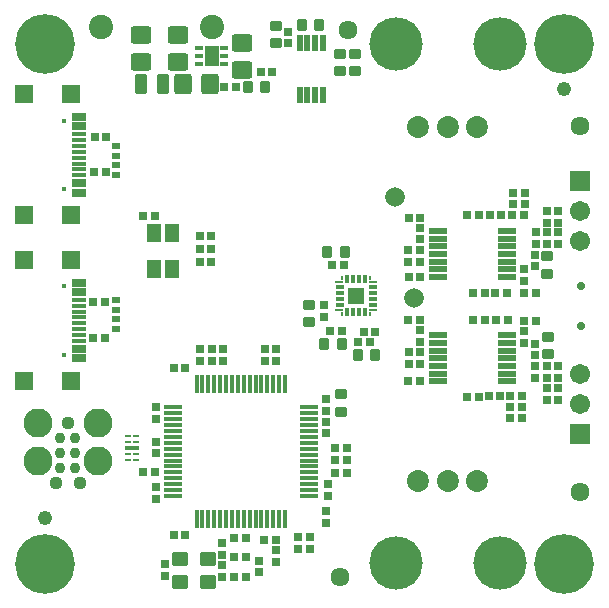
<source format=gbr>
%TF.GenerationSoftware,Altium Limited,Altium Designer,24.2.2 (26)*%
G04 Layer_Color=8388736*
%FSLAX45Y45*%
%MOMM*%
%TF.SameCoordinates,9421A899-AC1A-4384-8821-8213F9677E77*%
%TF.FilePolarity,Negative*%
%TF.FileFunction,Soldermask,Top*%
%TF.Part,Single*%
G01*
G75*
%TA.AperFunction,TestPad*%
G04:AMPARAMS|DCode=35|XSize=0.2mm|YSize=0.5mm|CornerRadius=0.01mm|HoleSize=0mm|Usage=FLASHONLY|Rotation=90.000|XOffset=0mm|YOffset=0mm|HoleType=Round|Shape=RoundedRectangle|*
%AMROUNDEDRECTD35*
21,1,0.20000,0.48000,0,0,90.0*
21,1,0.18000,0.50000,0,0,90.0*
1,1,0.02000,0.24000,0.09000*
1,1,0.02000,0.24000,-0.09000*
1,1,0.02000,-0.24000,-0.09000*
1,1,0.02000,-0.24000,0.09000*
%
%ADD35ROUNDEDRECTD35*%
G04:AMPARAMS|DCode=36|XSize=0.4mm|YSize=1.2mm|CornerRadius=0.02mm|HoleSize=0mm|Usage=FLASHONLY|Rotation=90.000|XOffset=0mm|YOffset=0mm|HoleType=Round|Shape=RoundedRectangle|*
%AMROUNDEDRECTD36*
21,1,0.40000,1.16000,0,0,90.0*
21,1,0.36000,1.20000,0,0,90.0*
1,1,0.04000,0.58000,0.18000*
1,1,0.04000,0.58000,-0.18000*
1,1,0.04000,-0.58000,-0.18000*
1,1,0.04000,-0.58000,0.18000*
%
%ADD36ROUNDEDRECTD36*%
%TA.AperFunction,SMDPad,CuDef*%
%ADD70R,0.23500X0.46000*%
%ADD71R,0.63500X0.23500*%
%ADD72R,1.46000X1.46000*%
%ADD73R,0.31000X0.66000*%
%ADD74R,0.66000X0.31000*%
G04:AMPARAMS|DCode=75|XSize=0.66mm|YSize=0.76mm|CornerRadius=0.105mm|HoleSize=0mm|Usage=FLASHONLY|Rotation=0.000|XOffset=0mm|YOffset=0mm|HoleType=Round|Shape=RoundedRectangle|*
%AMROUNDEDRECTD75*
21,1,0.66000,0.55000,0,0,0.0*
21,1,0.45000,0.76000,0,0,0.0*
1,1,0.21000,0.22500,-0.27500*
1,1,0.21000,-0.22500,-0.27500*
1,1,0.21000,-0.22500,0.27500*
1,1,0.21000,0.22500,0.27500*
%
%ADD75ROUNDEDRECTD75*%
G04:AMPARAMS|DCode=76|XSize=0.86mm|YSize=1.06mm|CornerRadius=0.13mm|HoleSize=0mm|Usage=FLASHONLY|Rotation=0.000|XOffset=0mm|YOffset=0mm|HoleType=Round|Shape=RoundedRectangle|*
%AMROUNDEDRECTD76*
21,1,0.86000,0.80000,0,0,0.0*
21,1,0.60000,1.06000,0,0,0.0*
1,1,0.26000,0.30000,-0.40000*
1,1,0.26000,-0.30000,-0.40000*
1,1,0.26000,-0.30000,0.40000*
1,1,0.26000,0.30000,0.40000*
%
%ADD76ROUNDEDRECTD76*%
G04:AMPARAMS|DCode=77|XSize=0.66mm|YSize=0.76mm|CornerRadius=0.105mm|HoleSize=0mm|Usage=FLASHONLY|Rotation=90.000|XOffset=0mm|YOffset=0mm|HoleType=Round|Shape=RoundedRectangle|*
%AMROUNDEDRECTD77*
21,1,0.66000,0.55000,0,0,90.0*
21,1,0.45000,0.76000,0,0,90.0*
1,1,0.21000,0.27500,0.22500*
1,1,0.21000,0.27500,-0.22500*
1,1,0.21000,-0.27500,-0.22500*
1,1,0.21000,-0.27500,0.22500*
%
%ADD77ROUNDEDRECTD77*%
G04:AMPARAMS|DCode=78|XSize=0.86mm|YSize=1.06mm|CornerRadius=0.13mm|HoleSize=0mm|Usage=FLASHONLY|Rotation=90.000|XOffset=0mm|YOffset=0mm|HoleType=Round|Shape=RoundedRectangle|*
%AMROUNDEDRECTD78*
21,1,0.86000,0.80000,0,0,90.0*
21,1,0.60000,1.06000,0,0,90.0*
1,1,0.26000,0.40000,0.30000*
1,1,0.26000,0.40000,-0.30000*
1,1,0.26000,-0.40000,-0.30000*
1,1,0.26000,-0.40000,0.30000*
%
%ADD78ROUNDEDRECTD78*%
%ADD79R,1.53500X0.36000*%
%ADD80R,0.36000X1.53500*%
G04:AMPARAMS|DCode=81|XSize=1.36mm|YSize=1.16mm|CornerRadius=0.085mm|HoleSize=0mm|Usage=FLASHONLY|Rotation=0.000|XOffset=0mm|YOffset=0mm|HoleType=Round|Shape=RoundedRectangle|*
%AMROUNDEDRECTD81*
21,1,1.36000,0.99000,0,0,0.0*
21,1,1.19000,1.16000,0,0,0.0*
1,1,0.17000,0.59500,-0.49500*
1,1,0.17000,-0.59500,-0.49500*
1,1,0.17000,-0.59500,0.49500*
1,1,0.17000,0.59500,0.49500*
%
%ADD81ROUNDEDRECTD81*%
%TA.AperFunction,BGAPad,CuDef*%
%ADD82C,0.92300*%
%TA.AperFunction,SMDPad,CuDef*%
%ADD83R,0.66000X0.61000*%
%ADD84C,2.06000*%
%ADD85R,0.66000X0.41000*%
%ADD86R,1.16000X1.76000*%
G04:AMPARAMS|DCode=87|XSize=1.46mm|YSize=1.76mm|CornerRadius=0.205mm|HoleSize=0mm|Usage=FLASHONLY|Rotation=270.000|XOffset=0mm|YOffset=0mm|HoleType=Round|Shape=RoundedRectangle|*
%AMROUNDEDRECTD87*
21,1,1.46000,1.35000,0,0,270.0*
21,1,1.05000,1.76000,0,0,270.0*
1,1,0.41000,-0.67500,-0.52500*
1,1,0.41000,-0.67500,0.52500*
1,1,0.41000,0.67500,0.52500*
1,1,0.41000,0.67500,-0.52500*
%
%ADD87ROUNDEDRECTD87*%
G04:AMPARAMS|DCode=88|XSize=1.06mm|YSize=1.76mm|CornerRadius=0.155mm|HoleSize=0mm|Usage=FLASHONLY|Rotation=0.000|XOffset=0mm|YOffset=0mm|HoleType=Round|Shape=RoundedRectangle|*
%AMROUNDEDRECTD88*
21,1,1.06000,1.45000,0,0,0.0*
21,1,0.75000,1.76000,0,0,0.0*
1,1,0.31000,0.37500,-0.72500*
1,1,0.31000,-0.37500,-0.72500*
1,1,0.31000,-0.37500,0.72500*
1,1,0.31000,0.37500,0.72500*
%
%ADD88ROUNDEDRECTD88*%
G04:AMPARAMS|DCode=89|XSize=1.46mm|YSize=1.76mm|CornerRadius=0.205mm|HoleSize=0mm|Usage=FLASHONLY|Rotation=180.000|XOffset=0mm|YOffset=0mm|HoleType=Round|Shape=RoundedRectangle|*
%AMROUNDEDRECTD89*
21,1,1.46000,1.35000,0,0,180.0*
21,1,1.05000,1.76000,0,0,180.0*
1,1,0.41000,-0.52500,0.67500*
1,1,0.41000,0.52500,0.67500*
1,1,0.41000,0.52500,-0.67500*
1,1,0.41000,-0.52500,-0.67500*
%
%ADD89ROUNDEDRECTD89*%
%TA.AperFunction,ConnectorPad*%
%ADD90R,1.21000X0.66000*%
%ADD91R,1.21000X0.36000*%
%TA.AperFunction,SMDPad,CuDef*%
%ADD92R,1.56000X1.56000*%
%ADD93R,0.51000X1.46000*%
%ADD94R,1.53500X0.51000*%
%ADD95R,1.16000X1.56000*%
%TA.AperFunction,ComponentPad*%
%ADD96C,0.70000*%
%ADD97C,1.66000*%
%ADD98C,1.61000*%
%ADD99C,2.46000*%
%ADD100C,1.12700*%
%ADD101C,4.52000*%
%ADD102C,1.86000*%
%TA.AperFunction,WasherPad*%
%ADD103C,1.21200*%
%TA.AperFunction,ComponentPad*%
%ADD104C,0.38500*%
%TA.AperFunction,ViaPad*%
%ADD105C,5.06000*%
%TA.AperFunction,ComponentPad*%
%ADD106C,1.71000*%
%ADD107R,1.71000X1.71000*%
D35*
X6679802Y7045000D02*
D03*
X6749802D02*
D03*
X6679802Y7095000D02*
D03*
X6749802D02*
D03*
X6679802Y7195000D02*
D03*
Y7245000D02*
D03*
X6749802D02*
D03*
Y7195000D02*
D03*
D36*
X6714802Y7145000D02*
D03*
D70*
X8492670Y8284627D02*
D03*
X8735270Y8584827D02*
D03*
Y8284627D02*
D03*
X8492670Y8584827D02*
D03*
D71*
X8472670Y8556027D02*
D03*
X8755270Y8313427D02*
D03*
X8472670D02*
D03*
X8755270Y8556027D02*
D03*
D72*
X8613970Y8434727D02*
D03*
D73*
X8688970Y8294727D02*
D03*
X8638970D02*
D03*
X8588970D02*
D03*
X8538969D02*
D03*
Y8574727D02*
D03*
X8588970D02*
D03*
X8638970D02*
D03*
X8688970D02*
D03*
D74*
X8473970Y8359726D02*
D03*
Y8409727D02*
D03*
Y8459727D02*
D03*
Y8509727D02*
D03*
X8753970D02*
D03*
Y8459727D02*
D03*
Y8409727D02*
D03*
Y8359726D02*
D03*
D75*
X8390279Y8138100D02*
D03*
X8490279D02*
D03*
X8727220Y8043098D02*
D03*
X8627219D02*
D03*
X8777220Y8130992D02*
D03*
X8677220D02*
D03*
X8412779Y8696389D02*
D03*
X8512779D02*
D03*
X7389000Y8938297D02*
D03*
X7289000D02*
D03*
X7068723Y6407870D02*
D03*
X7168724D02*
D03*
X7681400Y6222133D02*
D03*
X7581400D02*
D03*
X7833705Y6370370D02*
D03*
X7933705D02*
D03*
X7681442Y6384632D02*
D03*
X7581442D02*
D03*
X7068766Y7822870D02*
D03*
X7168766D02*
D03*
X8537221Y6935684D02*
D03*
X8437221D02*
D03*
X8537221Y7145627D02*
D03*
X8437221D02*
D03*
X8537221Y7040656D02*
D03*
X8437221D02*
D03*
X7581140Y6050370D02*
D03*
X7681140D02*
D03*
X6812901Y6940400D02*
D03*
X6912901D02*
D03*
X7496928Y10201105D02*
D03*
X7596928D02*
D03*
X7804428Y10330600D02*
D03*
X7904428D02*
D03*
X6399400Y9775917D02*
D03*
X6499400D02*
D03*
X6396900Y9481600D02*
D03*
X6496900D02*
D03*
X6386900Y8378400D02*
D03*
X6486900D02*
D03*
X6386900Y8079100D02*
D03*
X6486900D02*
D03*
X9552014Y7581992D02*
D03*
X9652014D02*
D03*
X9835483Y7583150D02*
D03*
X9735483D02*
D03*
X9917013Y7401691D02*
D03*
X10017013D02*
D03*
X9917014Y7584162D02*
D03*
X10017014D02*
D03*
X10016999Y7493369D02*
D03*
X9916998D02*
D03*
X10037014Y8221002D02*
D03*
X10137015D02*
D03*
X9895483Y8228454D02*
D03*
X9795483D02*
D03*
X9604499Y8229021D02*
D03*
X9704499D02*
D03*
X9554514Y9116202D02*
D03*
X9654514D02*
D03*
X9842983Y9116440D02*
D03*
X9742983D02*
D03*
X9939514Y9308402D02*
D03*
X10039514D02*
D03*
X9937015Y9115873D02*
D03*
X10037015D02*
D03*
X10040483Y9209159D02*
D03*
X9940483D02*
D03*
X10034514Y8456700D02*
D03*
X10134514D02*
D03*
X9892983Y8456743D02*
D03*
X9792983D02*
D03*
X9604514Y8455730D02*
D03*
X9704514D02*
D03*
X7289009Y8717131D02*
D03*
X7389009D02*
D03*
X7289000Y8827132D02*
D03*
X7389000D02*
D03*
X6908279Y9107868D02*
D03*
X6808279D02*
D03*
X9054700Y7709501D02*
D03*
X9154701D02*
D03*
X9054719Y8230501D02*
D03*
X9154719D02*
D03*
X9057200Y8594501D02*
D03*
X9157200D02*
D03*
X9057198Y9095902D02*
D03*
X9157198D02*
D03*
D76*
X8490278Y8028100D02*
D03*
X8340278D02*
D03*
X8627220Y7933070D02*
D03*
X8777220D02*
D03*
X8515278Y8803860D02*
D03*
X8365278D02*
D03*
X7845572Y10201312D02*
D03*
X7695572D02*
D03*
X8151745Y10729425D02*
D03*
X8301745D02*
D03*
D77*
X8340934Y8255279D02*
D03*
Y8355279D02*
D03*
X7291650Y7986599D02*
D03*
Y7886599D02*
D03*
X7935369Y6183651D02*
D03*
Y6283651D02*
D03*
X7475801Y6339636D02*
D03*
Y6239636D02*
D03*
X7787218Y6093384D02*
D03*
Y6193384D02*
D03*
X7478169Y6052867D02*
D03*
Y6152867D02*
D03*
X7932131Y7886600D02*
D03*
Y7986600D02*
D03*
X7842131Y7886600D02*
D03*
Y7986600D02*
D03*
X7392871D02*
D03*
Y7886600D02*
D03*
X8362132Y7461287D02*
D03*
Y7561287D02*
D03*
X8362101Y7270367D02*
D03*
Y7370367D02*
D03*
X8358240Y6510281D02*
D03*
Y6610281D02*
D03*
X8223295Y6292801D02*
D03*
Y6392801D02*
D03*
X8118323Y6292781D02*
D03*
Y6392781D02*
D03*
X8372100Y6738809D02*
D03*
Y6838809D02*
D03*
X6919600Y7390366D02*
D03*
Y7490366D02*
D03*
X6919600Y7200401D02*
D03*
Y7100401D02*
D03*
X6991701Y6164302D02*
D03*
Y6064302D02*
D03*
X6917869Y6816257D02*
D03*
Y6716257D02*
D03*
X7482871Y7986600D02*
D03*
Y7886600D02*
D03*
X8036637Y10571928D02*
D03*
Y10671928D02*
D03*
X9156398Y7960485D02*
D03*
Y7860485D02*
D03*
X10130435Y7738002D02*
D03*
Y7838002D02*
D03*
X9060501Y7960488D02*
D03*
Y7860488D02*
D03*
X10230592Y7738002D02*
D03*
Y7838002D02*
D03*
X10324300Y7656883D02*
D03*
Y7556883D02*
D03*
X10324324Y7837985D02*
D03*
Y7737985D02*
D03*
X10230599Y7656902D02*
D03*
Y7556902D02*
D03*
X10127986Y7930730D02*
D03*
Y8030730D02*
D03*
X10035921Y8034517D02*
D03*
Y8134517D02*
D03*
X9156357Y8147985D02*
D03*
Y8047985D02*
D03*
X10136301Y8975486D02*
D03*
Y8875486D02*
D03*
X9156272Y8822986D02*
D03*
Y8722986D02*
D03*
X10230600Y8975486D02*
D03*
Y8875486D02*
D03*
X10324300Y9054500D02*
D03*
Y9154500D02*
D03*
X9053591Y8822986D02*
D03*
Y8722986D02*
D03*
X10324300Y8875500D02*
D03*
Y8975500D02*
D03*
X10230600Y9054517D02*
D03*
Y9154517D02*
D03*
X10127011Y8783483D02*
D03*
Y8683483D02*
D03*
X10033284Y8660486D02*
D03*
Y8560486D02*
D03*
X9158067Y9012986D02*
D03*
Y8912986D02*
D03*
D78*
X8218463Y8360279D02*
D03*
Y8210279D02*
D03*
X8487132Y7601331D02*
D03*
Y7451331D02*
D03*
X7935574Y10721662D02*
D03*
Y10571662D02*
D03*
X8474425Y10485701D02*
D03*
Y10335701D02*
D03*
X8601925Y10335700D02*
D03*
Y10485700D02*
D03*
X10235758Y8089518D02*
D03*
Y7939518D02*
D03*
X10233449Y8622985D02*
D03*
Y8772985D02*
D03*
D79*
X7063361Y6740600D02*
D03*
Y6790600D02*
D03*
Y6840600D02*
D03*
Y6890600D02*
D03*
Y6940600D02*
D03*
Y6990600D02*
D03*
Y7040600D02*
D03*
Y7090600D02*
D03*
Y7140600D02*
D03*
Y7190600D02*
D03*
Y7240600D02*
D03*
Y7290600D02*
D03*
Y7340600D02*
D03*
Y7390600D02*
D03*
Y7440600D02*
D03*
Y7490600D02*
D03*
X8210960D02*
D03*
Y7440600D02*
D03*
Y7390600D02*
D03*
Y7340600D02*
D03*
Y7290600D02*
D03*
Y7240600D02*
D03*
Y7190600D02*
D03*
Y7140600D02*
D03*
Y7090600D02*
D03*
Y7040600D02*
D03*
Y6990600D02*
D03*
Y6940600D02*
D03*
Y6890600D02*
D03*
Y6840600D02*
D03*
Y6790600D02*
D03*
Y6740600D02*
D03*
D80*
X7262160Y7689400D02*
D03*
X7312160D02*
D03*
X7362161D02*
D03*
X7412160D02*
D03*
X7462161D02*
D03*
X7512160D02*
D03*
X7562160D02*
D03*
X7612161D02*
D03*
X7662160D02*
D03*
X7712161D02*
D03*
X7762160D02*
D03*
X7812160D02*
D03*
X7862161D02*
D03*
X7912160D02*
D03*
X7962161D02*
D03*
X8012161D02*
D03*
Y6541800D02*
D03*
X7962161D02*
D03*
X7912160D02*
D03*
X7862161D02*
D03*
X7812160D02*
D03*
X7762160D02*
D03*
X7712161D02*
D03*
X7662160D02*
D03*
X7612161D02*
D03*
X7562160D02*
D03*
X7512160D02*
D03*
X7462161D02*
D03*
X7412160D02*
D03*
X7362161D02*
D03*
X7312160D02*
D03*
X7262160D02*
D03*
D81*
X7125755Y6205364D02*
D03*
Y6015364D02*
D03*
X7355755Y6205364D02*
D03*
Y6015364D02*
D03*
D82*
X6109354Y7228325D02*
D03*
Y7101325D02*
D03*
Y6974325D02*
D03*
X6236354Y7228325D02*
D03*
Y7101325D02*
D03*
Y6974325D02*
D03*
D83*
X6579428Y9618473D02*
D03*
Y9703473D02*
D03*
X6579400Y9543500D02*
D03*
Y9458500D02*
D03*
X6581900Y8236870D02*
D03*
Y8398152D02*
D03*
Y8313152D02*
D03*
Y8151870D02*
D03*
D84*
X7391300Y10710000D02*
D03*
X6452500Y10710000D02*
D03*
D85*
X7496281Y10399429D02*
D03*
Y10464429D02*
D03*
Y10529429D02*
D03*
X7286281D02*
D03*
Y10464429D02*
D03*
Y10399429D02*
D03*
D86*
X7391281Y10464429D02*
D03*
D87*
X7108073Y10414673D02*
D03*
Y10643273D02*
D03*
X6788074Y10414700D02*
D03*
Y10643300D02*
D03*
X7650573Y10350100D02*
D03*
Y10578700D02*
D03*
D88*
X6788664Y10228073D02*
D03*
X6978664D02*
D03*
D89*
X7144646Y10226927D02*
D03*
X7373246D02*
D03*
D90*
X6270237Y9949455D02*
D03*
Y9869454D02*
D03*
Y9389454D02*
D03*
Y9309454D02*
D03*
X6270200Y7906954D02*
D03*
Y7986954D02*
D03*
Y8466954D02*
D03*
Y8546954D02*
D03*
D91*
X6270237Y9754454D02*
D03*
Y9654454D02*
D03*
Y9604455D02*
D03*
Y9504454D02*
D03*
Y9454455D02*
D03*
Y9554454D02*
D03*
Y9704455D02*
D03*
Y9804454D02*
D03*
X6270200Y8401954D02*
D03*
Y8301954D02*
D03*
Y8151954D02*
D03*
Y8051954D02*
D03*
Y8101954D02*
D03*
Y8201954D02*
D03*
Y8251954D02*
D03*
Y8351954D02*
D03*
D92*
X6196237Y10141454D02*
D03*
Y9117454D02*
D03*
X5799237D02*
D03*
Y10141454D02*
D03*
X5799200Y8738954D02*
D03*
Y7714954D02*
D03*
X6196200D02*
D03*
Y8738954D02*
D03*
D93*
X8135730Y10573064D02*
D03*
X8200730D02*
D03*
X8265730D02*
D03*
X8330730D02*
D03*
Y10133064D02*
D03*
X8265730D02*
D03*
X8200730D02*
D03*
X8135730D02*
D03*
D94*
X9894263Y7709523D02*
D03*
Y7774523D02*
D03*
Y7839523D02*
D03*
Y7904523D02*
D03*
Y7969524D02*
D03*
Y8034523D02*
D03*
Y8099524D02*
D03*
X9306663D02*
D03*
Y8034523D02*
D03*
Y7969524D02*
D03*
Y7904523D02*
D03*
Y7839523D02*
D03*
Y7774523D02*
D03*
Y7709523D02*
D03*
X9892553Y8594523D02*
D03*
Y8659523D02*
D03*
Y8724523D02*
D03*
Y8789523D02*
D03*
Y8854524D02*
D03*
Y8919523D02*
D03*
Y8984524D02*
D03*
X9304953D02*
D03*
Y8919523D02*
D03*
Y8854524D02*
D03*
Y8789523D02*
D03*
Y8724523D02*
D03*
Y8659523D02*
D03*
Y8594523D02*
D03*
D95*
X6906487Y8964638D02*
D03*
Y8664638D02*
D03*
X7056487D02*
D03*
Y8964638D02*
D03*
D96*
X10514429Y8516600D02*
D03*
X10514400Y8176575D02*
D03*
D97*
X9104700Y8413055D02*
D03*
X8944699Y9273034D02*
D03*
D98*
X8479430Y6052147D02*
D03*
X8543039Y10685354D02*
D03*
X10511400Y6770479D02*
D03*
Y9869500D02*
D03*
D99*
X5918854Y7037825D02*
D03*
Y7355325D02*
D03*
X6426854D02*
D03*
Y7037825D02*
D03*
D100*
X6172854Y7355325D02*
D03*
X6274454Y6847325D02*
D03*
X6071254D02*
D03*
D101*
X8948100Y6169667D02*
D03*
X9828100D02*
D03*
X9828064Y10565333D02*
D03*
X8948064D02*
D03*
D102*
X9138100Y6869667D02*
D03*
X9388100D02*
D03*
X9638100D02*
D03*
X9638064Y9865333D02*
D03*
X9388064D02*
D03*
X9138064D02*
D03*
D103*
X5977500Y6552500D02*
D03*
X10377500Y10185000D02*
D03*
D104*
X6144237Y9918454D02*
D03*
Y9340455D02*
D03*
X6144200Y7937954D02*
D03*
Y8515954D02*
D03*
D105*
X10377500Y6167500D02*
D03*
Y10567500D02*
D03*
X5977500Y6167500D02*
D03*
X5977500Y10567500D02*
D03*
D106*
X10511400Y7773459D02*
D03*
Y7519459D02*
D03*
X10511399Y8899041D02*
D03*
Y9153041D02*
D03*
D107*
X10511400Y7265459D02*
D03*
X10511399Y9407041D02*
D03*
%TF.MD5,85f6aeadd53046e54a4239babbc12501*%
M02*

</source>
